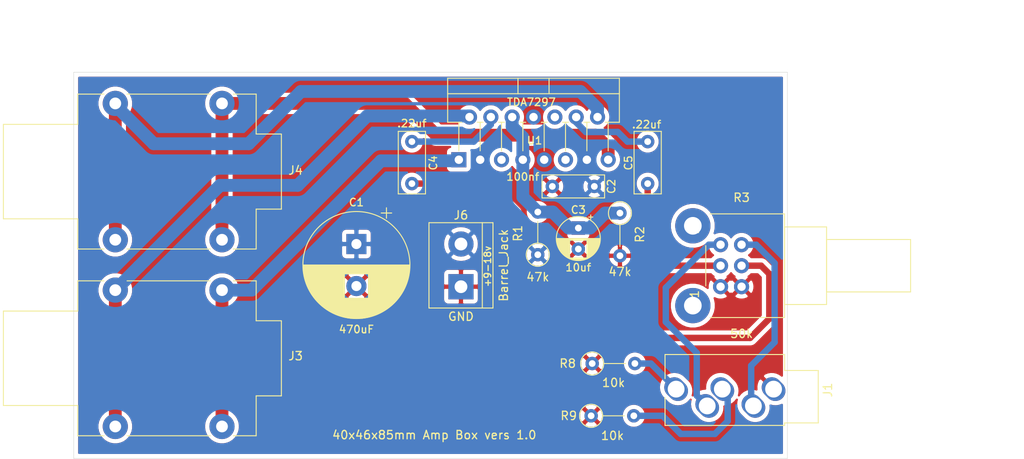
<source format=kicad_pcb>
(kicad_pcb (version 20211014) (generator pcbnew)
  (layers (0 "F.Cu" signal) (31 "B.Cu" signal) (34 "B.Paste" user) (35 "F.Paste" user) (36 "B.SilkS" user "B.Silkscreen") (37 "F.SilkS" user "F.Silkscreen") (38 "B.Mask" user) (39 "F.Mask" user) (44 "Edge.Cuts" user))
  (net 0 "")
  (net 1 "GND")
  (net 2 "VCC")
  (net 3 "Net-(C3-Pad1)")
  (net 4 "Net-(C4-Pad2)")
  (net 5 "Net-(C4-Pad1)")
  (net 6 "Net-(C5-Pad2)")
  (net 7 "Net-(C5-Pad1)")
  (net 8 "RIGHT")
  (net 9 "LEFT")
  (net 10 "Net-(J1-PadRN)")
  (net 11 "Net-(J1-PadTN)")
  (net 12 "Net-(J3-PadT)")
  (net 13 "Net-(J3-PadS)")
  (net 14 "Net-(J4-PadT)")
  (net 15 "Net-(J4-PadS)")
  (footprint "Capacitor_THT:CP_Radial_D5.0mm_P2.50mm" (layer "F.Cu") (at 134.62 64.008 -90)
    (fp_text reference "C3" (at -2.159 0 180) (layer "F.SilkS") (effects (font (size 0.9 0.9))))
    (fp_text value "10uf" (at 4.699 0 180) (layer "F.SilkS") (effects (font (size 0.9 0.9))))
    (pad "1" thru_hole rect locked (at 0 0 270) (size 1.6 1.6) (drill 0.8) (layers *.Cu *.Mask) (net 3 "Net-(C3-Pad1)"))
    (pad "2" thru_hole circle locked (at 2.5 0 270) (size 1.6 1.6) (drill 0.8) (layers *.Cu *.Mask) (net 1 "GND"))
  )
  (footprint "Package_TO_SOT_THT:TO-220-15_P2.54x2.54mm_StaggerOdd_Lead4.58mm_Vertical" (layer "F.Cu") (at 120.396 55.88)
    (fp_text reference "U1" (at 9.017 -2.286) (layer "F.SilkS") (effects (font (size 0.9 0.9))))
    (fp_text value "TDA7297" (at 8.636 -6.858) (layer "F.SilkS") (effects (font (size 0.9 0.9))))
    (pad "1" thru_hole rect locked (at 0 0) (size 1.8 1.8) (drill 1) (layers *.Cu *.Mask) (net 12 "Net-(J3-PadT)"))
    (pad "2" thru_hole oval locked (at 1.27 -5.08) (size 1.8 1.8) (drill 1) (layers *.Cu *.Mask) (net 13 "Net-(J3-PadS)"))
    (pad "3" thru_hole oval locked (at 2.54 0) (size 1.8 1.8) (drill 1) (layers *.Cu *.Mask) (net 2 "VCC"))
    (pad "4" thru_hole oval locked (at 3.81 -5.08) (size 1.8 1.8) (drill 1) (layers *.Cu *.Mask) (net 5 "Net-(C4-Pad1)"))
    (pad "5" thru_hole oval locked (at 5.08 0) (size 1.8 1.8) (drill 1) (layers *.Cu *.Mask))
    (pad "6" thru_hole oval locked (at 6.35 -5.08) (size 1.8 1.8) (drill 1) (layers *.Cu *.Mask) (net 3 "Net-(C3-Pad1)"))
    (pad "7" thru_hole oval locked (at 7.62 0) (size 1.8 1.8) (drill 1) (layers *.Cu *.Mask) (net 3 "Net-(C3-Pad1)"))
    (pad "8" thru_hole oval locked (at 8.89 -5.08) (size 1.8 1.8) (drill 1) (layers *.Cu *.Mask) (net 1 "GND"))
    (pad "9" thru_hole oval locked (at 10.16 0) (size 1.8 1.8) (drill 1) (layers *.Cu *.Mask) (net 1 "GND"))
    (pad "10" thru_hole oval locked (at 11.43 -5.08) (size 1.8 1.8) (drill 1) (layers *.Cu *.Mask))
    (pad "11" thru_hole oval locked (at 12.7 0) (size 1.8 1.8) (drill 1) (layers *.Cu *.Mask))
    (pad "12" thru_hole oval locked (at 13.97 -5.08) (size 1.8 1.8) (drill 1) (layers *.Cu *.Mask) (net 7 "Net-(C5-Pad1)"))
    (pad "13" thru_hole oval locked (at 15.24 0) (size 1.8 1.8) (drill 1) (layers *.Cu *.Mask) (net 2 "VCC"))
    (pad "14" thru_hole oval locked (at 16.51 -5.08) (size 1.8 1.8) (drill 1) (layers *.Cu *.Mask) (net 15 "Net-(J4-PadS)"))
    (pad "15" thru_hole oval locked (at 17.78 0) (size 1.8 1.8) (drill 1) (layers *.Cu *.Mask) (net 14 "Net-(J4-PadT)"))
  )
  (footprint "Capacitor_THT:CP_Radial_D12.5mm_P5.00mm" (layer "F.Cu") (at 108.204 65.913 -90)
    (fp_text reference "C1" (at -4.953 0 180) (layer "F.SilkS") (effects (font (size 0.9 0.9))))
    (fp_text value "470uF" (at 10.16 0) (layer "F.SilkS") (effects (font (size 0.9 0.9))))
    (pad "1" thru_hole rect locked (at 0 0 270) (size 2.4 2.4) (drill 1.2) (layers *.Cu *.Mask) (net 2 "VCC"))
    (pad "2" thru_hole circle locked (at 5 0 270) (size 2.4 2.4) (drill 1.2) (layers *.Cu *.Mask) (net 1 "GND"))
  )
  (footprint "Capacitor_THT:C_Rect_L7.2mm_W2.5mm_P5.00mm_FKS2_FKP2_MKS2_MKP2" (layer "F.Cu") (at 136.525 59.055 180)
    (fp_text reference "C2" (at -2.032 0 90) (layer "F.SilkS") (effects (font (size 0.9 0.9))))
    (fp_text value "100nf" (at 8.509 1.143 180) (layer "F.SilkS") (effects (font (size 0.9 0.9))))
    (pad "1" thru_hole circle locked (at 0 0 180) (size 1.6 1.6) (drill 0.8) (layers *.Cu *.Mask) (net 2 "VCC"))
    (pad "2" thru_hole circle locked (at 5 0 180) (size 1.6 1.6) (drill 0.8) (layers *.Cu *.Mask) (net 1 "GND"))
  )
  (footprint "Capacitor_THT:C_Rect_L7.2mm_W3.0mm_P5.00mm_FKS2_FKP2_MKS2_MKP2" (layer "F.Cu") (at 114.808 53.721 -90)
    (fp_text reference "C4" (at 2.54 -2.54 90) (layer "F.SilkS") (effects (font (size 0.9 0.9))))
    (fp_text value ".22uf" (at -2.159 0 180) (layer "F.SilkS") (effects (font (size 0.9 0.9))))
    (pad "1" thru_hole circle locked (at 0 0 270) (size 1.6 1.6) (drill 0.8) (layers *.Cu *.Mask) (net 5 "Net-(C4-Pad1)"))
    (pad "2" thru_hole circle locked (at 5 0 270) (size 1.6 1.6) (drill 0.8) (layers *.Cu *.Mask) (net 4 "Net-(C4-Pad2)"))
  )
  (footprint "Capacitor_THT:C_Rect_L7.2mm_W3.0mm_P5.00mm_FKS2_FKP2_MKS2_MKP2" (layer "F.Cu") (at 142.875 53.721 -90)
    (fp_text reference "C5" (at 2.54 2.286 90) (layer "F.SilkS") (effects (font (size 0.9 0.9))))
    (fp_text value ".22uf" (at -2.032 0.127 180) (layer "F.SilkS") (effects (font (size 0.9 0.9))))
    (pad "1" thru_hole circle locked (at 0 0 270) (size 1.6 1.6) (drill 0.8) (layers *.Cu *.Mask) (net 7 "Net-(C5-Pad1)"))
    (pad "2" thru_hole circle locked (at 5 0 270) (size 1.6 1.6) (drill 0.8) (layers *.Cu *.Mask) (net 6 "Net-(C5-Pad2)"))
  )
  (footprint "Resistor_THT:R_Axial_DIN0207_L6.3mm_D2.5mm_P5.08mm_Vertical" (layer "F.Cu") (at 129.794 67.183 90)
    (fp_text reference "R1" (at 2.54 -2.37 90) (layer "F.SilkS"))
    (fp_text value "47k" (at -2.667 0 180) (layer "F.SilkS"))
    (pad "1" thru_hole circle locked (at 0 0 90) (size 1.6 1.6) (drill 0.8) (layers *.Cu *.Mask) (net 2 "VCC"))
    (pad "2" thru_hole oval locked (at 5.08 0 90) (size 1.6 1.6) (drill 0.8) (layers *.Cu *.Mask) (net 3 "Net-(C3-Pad1)"))
  )
  (footprint "Resistor_THT:R_Axial_DIN0207_L6.3mm_D2.5mm_P5.08mm_Vertical" (layer "F.Cu") (at 139.573 62.23 -90)
    (fp_text reference "R2" (at 2.54 -2.37 90) (layer "F.SilkS"))
    (fp_text value "47k" (at 6.985 0 180) (layer "F.SilkS"))
    (pad "1" thru_hole circle locked (at 0 0 270) (size 1.6 1.6) (drill 0.8) (layers *.Cu *.Mask) (net 3 "Net-(C3-Pad1)"))
    (pad "2" thru_hole oval locked (at 5.08 0 270) (size 1.6 1.6) (drill 0.8) (layers *.Cu *.Mask) (net 1 "GND"))
  )
  (footprint "Connector_Audio:Jack_3.5mm_CUI_SJ1-3535NG_Horizontal_CircularHoles" (layer "F.Cu") (at 157.861 83.185 -90)
    (fp_text reference "J1" (at 0.1 -6.45 90) (layer "F.SilkS"))
    (fp_text value "AudioJack3")
    (pad "R" thru_hole oval locked (at 2 7.9 315) (size 3 2.4) (drill 2) (layers *.Cu *.Mask) (net 8 "RIGHT"))
    (pad "RN" thru_hole oval locked (at 0 6.1 315) (size 3 2.4) (drill 2) (layers *.Cu *.Mask) (net 10 "Net-(J1-PadRN)"))
    (pad "S" thru_hole oval locked (at 0 0 315) (size 3 2.4) (drill 2) (layers *.Cu *.Mask) (net 1 "GND"))
    (pad "T" thru_hole oval locked (at 2 2.4 315) (size 3 2.4) (drill 2) (layers *.Cu *.Mask) (net 9 "LEFT"))
    (pad "TN" thru_hole oval locked (at 0 11.6 315) (size 3 2.4) (drill 2) (layers *.Cu *.Mask) (net 11 "Net-(J1-PadTN)"))
  )
  (footprint "Connector_Audio:Jack_6.35mm_Neutrik_NMJ4HFD2_Horizontal" (layer "F.Cu") (at 92.202 87.63 180)
    (fp_text reference "J3" (at -8.763 8.382) (layer "F.SilkS"))
    (fp_text value "L-AudioJack2")
    (pad "S" thru_hole circle locked (at 12.7 0 180) (size 3 3) (drill 1.4) (layers *.Cu *.Mask) (net 13 "Net-(J3-PadS)"))
    (pad "SN" thru_hole circle locked (at 12.7 16.23 180) (size 3 3) (drill 1.4) (layers *.Cu *.Mask) (net 13 "Net-(J3-PadS)"))
    (pad "T" thru_hole circle locked (at 0 0 180) (size 3 3) (drill 1.4) (layers *.Cu *.Mask) (net 12 "Net-(J3-PadT)"))
    (pad "TN" thru_hole circle locked (at 0 16.23 180) (size 3 3) (drill 1.4) (layers *.Cu *.Mask) (net 12 "Net-(J3-PadT)"))
  )
  (footprint "Connector_Audio:Jack_6.35mm_Neutrik_NMJ4HFD2_Horizontal" (layer "F.Cu") (at 92.202 65.405 180)
    (fp_text reference "J4" (at -8.763 8.255) (layer "F.SilkS"))
    (fp_text value "R-AudioJack2")
    (pad "S" thru_hole circle locked (at 12.7 0 180) (size 3 3) (drill 1.4) (layers *.Cu *.Mask) (net 15 "Net-(J4-PadS)"))
    (pad "SN" thru_hole circle locked (at 12.7 16.23 180) (size 3 3) (drill 1.4) (layers *.Cu *.Mask) (net 15 "Net-(J4-PadS)"))
    (pad "T" thru_hole circle locked (at 0 0 180) (size 3 3) (drill 1.4) (layers *.Cu *.Mask) (net 14 "Net-(J4-PadT)"))
    (pad "TN" thru_hole circle locked (at 0 16.23 180) (size 3 3) (drill 1.4) (layers *.Cu *.Mask) (net 14 "Net-(J4-PadT)"))
  )
  (footprint "TerminalBlock:TerminalBlock_bornier-2_P5.08mm" (layer "F.Cu") (at 120.65 70.993 90)
    (fp_text reference "J6" (at 8.509 0 180) (layer "F.SilkS"))
    (fp_text value "Barrel_Jack" (at 2.54 5.08 90) (layer "F.SilkS"))
    (pad "1" thru_hole rect locked (at 0 0 90) (size 3 3) (drill 1.52) (layers *.Cu *.Mask) (net 1 "GND"))
    (pad "2" thru_hole circle locked (at 5.08 0 90) (size 3 3) (drill 1.52) (layers *.Cu *.Mask) (net 2 "VCC"))
  )
  (footprint "Resistor_THT:R_Axial_DIN0207_L6.3mm_D2.5mm_P5.08mm_Vertical" (layer "F.Cu") (at 136.271 80.137)
    (fp_text reference "R8" (at -2.921 0) (layer "F.SilkS"))
    (fp_text value "10k" (at 2.54 2.286) (layer "F.SilkS"))
    (pad "1" thru_hole circle locked (at 0 0) (size 1.6 1.6) (drill 0.8) (layers *.Cu *.Mask) (net 1 "GND"))
    (pad "2" thru_hole oval locked (at 5.08 0) (size 1.6 1.6) (drill 0.8) (layers *.Cu *.Mask) (net 11 "Net-(J1-PadTN)"))
  )
  (footprint "Resistor_THT:R_Axial_DIN0207_L6.3mm_D2.5mm_P5.08mm_Vertical" (layer "F.Cu") (at 136.144 86.36)
    (fp_text reference "R9" (at -2.667 0) (layer "F.SilkS"))
    (fp_text value "10k" (at 2.54 2.37) (layer "F.SilkS"))
    (pad "1" thru_hole circle locked (at 0 0) (size 1.6 1.6) (drill 0.8) (layers *.Cu *.Mask) (net 1 "GND"))
    (pad "2" thru_hole oval locked (at 5.08 0) (size 1.6 1.6) (drill 0.8) (layers *.Cu *.Mask) (net 10 "Net-(J1-PadRN)"))
  )
  (footprint "Potentiometer_THT:Potentiometer_Alps_RK09L_Double_Horizontal" (layer "F.Cu") (at 154.051 70.993)
    (fp_text reference "R3" (at 0 -10.6) (layer "F.SilkS"))
    (fp_text value "50k" (at 0 5.6) (layer "F.SilkS"))
    (pad "" thru_hole circle locked (at -5.8 -7.25) (size 4.2 4.2) (drill 2.1) (layers *.Cu *.Mask))
    (pad "" thru_hole circle locked (at -5.8 2.25) (size 4.2 4.2) (drill 2.1) (layers *.Cu *.Mask))
    (pad "1" thru_hole circle locked (at 0 0) (size 1.8 1.8) (drill 1) (layers *.Cu *.Mask) (net 1 "GND"))
    (pad "2" thru_hole circle locked (at 0 -2.5) (size 1.8 1.8) (drill 1) (layers *.Cu *.Mask) (net 4 "Net-(C4-Pad2)"))
    (pad "3" thru_hole circle locked (at 0 -5) (size 1.8 1.8) (drill 1) (layers *.Cu *.Mask) (net 9 "LEFT"))
    (pad "4" thru_hole circle locked (at -2.5 0) (size 1.8 1.8) (drill 1) (layers *.Cu *.Mask) (net 1 "GND"))
    (pad "5" thru_hole circle locked (at -2.5 -2.5) (size 1.8 1.8) (drill 1) (layers *.Cu *.Mask) (net 6 "Net-(C5-Pad2)"))
    (pad "6" thru_hole circle locked (at -2.5 -5) (size 1.8 1.8) (drill 1) (layers *.Cu *.Mask) (net 8 "RIGHT"))
  )
  (gr_line (start 74.549 91.44) (end 74.549 45.466) (layer "Edge.Cuts") (width 0.05))
  (gr_line (start 74.549 45.466) (end 159.512 45.466) (layer "Edge.Cuts") (width 0.05))
  (gr_line (start 159.512 45.466) (end 159.512 91.44) (layer "Edge.Cuts") (width 0.05))
  (gr_line (start 159.512 91.44) (end 74.549 91.44) (layer "Edge.Cuts") (width 0.05))
  (gr_text "1" (at 148.463 71.882 90) (layer "F.SilkS") (effects (font (size 1 1))))
  (gr_text "1" (at 148.463 64.262 90) (layer "F.SilkS") (effects (font (size 1 1))))
  (gr_text "+9-18v" (at 123.825 68.58 90) (layer "F.SilkS") (effects (font (size 0.8 0.8))))
  (gr_text "40x46x85mm Amp Box vers 1.0" (at 117.475 88.646) (layer "F.SilkS") (effects (font (size 1 1))))
  (gr_text "GND\n" (at 120.65 74.549) (layer "F.SilkS") (effects (font (size 1 1))))
  (segment (start 133.477 64.008) (end 136.017 64.008) (width 1.524) (layer "B.Cu") (net 3))
  (segment (start 131.572 62.103) (end 133.477 64.008) (width 1.524) (layer "B.Cu") (net 3))
  (segment (start 128.016 53.215792) (end 128.016 60.325) (width 1.524) (layer "B.Cu") (net 3))
  (segment (start 126.746 50.8) (end 126.746 51.945792) (width 1.524) (layer "B.Cu") (net 3))
  (segment (start 128.016 60.325) (end 129.794 62.103) (width 1.524) (layer "B.Cu") (net 3))
  (segment (start 129.794 62.103) (end 131.572 62.103) (width 1.524) (layer "B.Cu") (net 3))
  (segment (start 136.017 64.008) (end 137.795 62.23) (width 1.524) (layer "B.Cu") (net 3))
  (segment (start 137.795 62.23) (end 139.573 62.23) (width 1.524) (layer "B.Cu") (net 3))
  (segment (start 126.746 51.945792) (end 128.016 53.215792) (width 1.524) (layer "B.Cu") (net 3))
  (segment (start 127 70.104) (end 133.985 77.089) (width 0.762) (layer "F.Cu") (net 4))
  (segment (start 156.377 68.493) (end 154.051 68.493) (width 0.762) (layer "F.Cu") (net 4))
  (segment (start 155.067 77.089) (end 157.353 74.803) (width 0.762) (layer "F.Cu") (net 4))
  (segment (start 133.985 77.089) (end 155.067 77.089) (width 0.762) (layer "F.Cu") (net 4))
  (segment (start 114.808 58.721) (end 123.491 58.721) (width 0.762) (layer "F.Cu") (net 4))
  (segment (start 157.353 69.469) (end 156.377 68.493) (width 0.762) (layer "F.Cu") (net 4))
  (segment (start 157.353 74.803) (end 157.353 69.469) (width 0.762) (layer "F.Cu") (net 4))
  (segment (start 123.491 58.721) (end 127 62.23) (width 0.762) (layer "F.Cu") (net 4))
  (segment (start 127 62.23) (end 127 70.104) (width 0.762) (layer "F.Cu") (net 4))
  (segment (start 114.808 53.721) (end 122.174 53.721) (width 0.762) (layer "B.Cu") (net 5))
  (segment (start 124.206 51.689) (end 124.206 50.8) (width 0.762) (layer "B.Cu") (net 5))
  (segment (start 122.174 53.721) (end 124.206 51.689) (width 0.762) (layer "B.Cu") (net 5))
  (segment (start 114.808 53.467) (end 114.808 53.721) (width 0.762) (layer "B.Cu") (net 5))
  (segment (start 151.551 68.493) (end 145.201 68.493) (width 0.762) (layer "F.Cu") (net 6))
  (segment (start 142.875 66.167) (end 142.875 58.721) (width 0.762) (layer "F.Cu") (net 6))
  (segment (start 145.201 68.493) (end 142.875 66.167) (width 0.762) (layer "F.Cu") (net 6))
  (segment (start 135.509 52.578) (end 139.319 52.578) (width 0.762) (layer "B.Cu") (net 7))
  (segment (start 140.462 53.721) (end 142.875 53.721) (width 0.762) (layer "B.Cu") (net 7))
  (segment (start 134.366 50.8) (end 134.366 51.435) (width 0.762) (layer "B.Cu") (net 7))
  (segment (start 134.366 50.673) (end 134.366 50.8) (width 0.762) (layer "B.Cu") (net 7))
  (segment (start 139.319 52.578) (end 140.462 53.721) (width 0.762) (layer "B.Cu") (net 7))
  (segment (start 134.366 51.435) (end 135.509 52.578) (width 0.762) (layer "B.Cu") (net 7))
  (segment (start 148.717 83.947) (end 149.955 85.185) (width 0.762) (layer "B.Cu") (net 8))
  (segment (start 149.955 85.185) (end 149.961 85.185) (width 0.762) (layer "B.Cu") (net 8))
  (segment (start 150.161 65.993) (end 145.034 71.12) (width 0.762) (layer "B.Cu") (net 8))
  (segment (start 145.034 75.184) (end 148.717 78.867) (width 0.762) (layer "B.Cu") (net 8))
  (segment (start 151.551 65.993) (end 150.161 65.993) (width 0.762) (layer "B.Cu") (net 8))
  (segment (start 145.034 71.12) (end 145.034 75.184) (width 0.762) (layer "B.Cu") (net 8))
  (segment (start 148.717 78.867) (end 148.717 83.947) (width 0.762) (layer "B.Cu") (net 8))
  (segment (start 155.461 85.185) (end 155.194 84.918) (width 0.762) (layer "B.Cu") (net 9))
  (segment (start 157.988 77.597) (end 157.988 68.199) (width 0.762) (layer "B.Cu") (net 9))
  (segment (start 155.194 80.391) (end 157.988 77.597) (width 0.762) (layer "B.Cu") (net 9))
  (segment (start 155.782 65.993) (end 154.051 65.993) (width 0.762) (layer "B.Cu") (net 9))
  (segment (start 157.988 68.199) (end 155.782 65.993) (width 0.762) (layer "B.Cu") (net 9))
  (segment (start 155.194 84.918) (end 155.194 80.391) (width 0.762) (layer "B.Cu") (net 9))
  (segment (start 152.4 83.824) (end 152.4 86.995) (width 0.762) (layer "B.Cu") (net 10))
  (segment (start 150.876 88.519) (end 146.812 88.519) (width 0.762) (layer "B.Cu") (net 10))
  (segment (start 152.4 86.995) (end 150.876 88.519) (width 0.762) (layer "B.Cu") (net 10))
  (segment (start 144.653 86.36) (end 141.224 86.36) (width 0.762) (layer "B.Cu") (net 10))
  (segment (start 146.812 88.519) (end 144.653 86.36) (width 0.762) (layer "B.Cu") (net 10))
  (segment (start 151.761 83.185) (end 152.4 83.824) (width 0.762) (layer "B.Cu") (net 10))
  (segment (start 146.261 83.142) (end 143.256 80.137) (width 0.762) (layer "B.Cu") (net 11))
  (segment (start 143.256 80.137) (end 141.351 80.137) (width 0.762) (layer "B.Cu") (net 11))
  (segment (start 146.261 83.185) (end 146.261 83.142) (width 0.762) (layer "B.Cu") (net 11))
  (segment (start 92.202 71.527) (end 92.329 71.4) (width 1.524) (layer "F.Cu") (net 12))
  (segment (start 92.202 87.63) (end 92.202 71.527) (width 1.524) (layer "F.Cu") (net 12))
  (segment (start 120.142 56.007) (end 111.125 56.007) (width 1.524) (layer "B.Cu") (net 12))
  (segment (start 95.732 71.4) (end 92.202 71.4) (width 1.524) (layer "B.Cu") (net 12))
  (segment (start 120.396 55.753) (end 120.142 56.007) (width 1.524) (layer "B.Cu") (net 12))
  (segment (start 111.125 56.007) (end 95.732 71.4) (width 1.524) (layer "B.Cu") (net 12))
  (segment (start 79.502 87.731) (end 79.502 71.4) (width 1.524) (layer "F.Cu") (net 13))
  (segment (start 79.629 87.858) (end 79.502 87.731) (width 1.524) (layer "F.Cu") (net 13))
  (segment (start 109.474 50.673) (end 101.219 58.928) (width 1.524) (layer "B.Cu") (net 13))
  (segment (start 121.539 50.673) (end 109.474 50.673) (width 1.524) (layer "B.Cu") (net 13))
  (segment (start 101.219 58.928) (end 91.974 58.928) (width 1.524) (layer "B.Cu") (net 13))
  (segment (start 121.666 50.8) (end 121.539 50.673) (width 1.524) (layer "B.Cu") (net 13))
  (segment (start 91.974 58.928) (end 82.322 68.58) (width 1.524) (layer "B.Cu") (net 13))
  (segment (start 82.322 68.58) (end 79.502 71.4) (width 1.524) (layer "B.Cu") (net 13))
  (segment (start 117.729 52.959) (end 113.945 49.175) (width 1.524) (layer "F.Cu") (net 14))
  (segment (start 138.176 54.480208) (end 136.654792 52.959) (width 1.524) (layer "F.Cu") (net 14))
  (segment (start 138.176 55.753) (end 138.176 54.480208) (width 1.524) (layer "F.Cu") (net 14))
  (segment (start 113.945 49.175) (end 92.202 49.175) (width 1.524) (layer "F.Cu") (net 14))
  (segment (start 136.654792 52.959) (end 117.729 52.959) (width 1.524) (layer "F.Cu") (net 14))
  (segment (start 92.202 65.405) (end 92.202 49.175) (width 1.524) (layer "F.Cu") (net 14))
  (segment (start 79.502 65.405) (end 79.502 49.429) (width 1.524) (layer "F.Cu") (net 15))
  (segment (start 79.502 49.429) (end 79.375 49.302) (width 1.524) (layer "F.Cu") (net 15))
  (segment (start 101.6 47.752) (end 95.377 53.975) (width 1.524) (layer "B.Cu") (net 15))
  (segment (start 79.502 49.403) (end 79.502 49.175) (width 1.524) (layer "B.Cu") (net 15))
  (segment (start 136.906 49.784) (end 134.874 47.752) (width 1.524) (layer "B.Cu") (net 15))
  (segment (start 84.074 53.975) (end 79.502 49.403) (width 1.524) (layer "B.Cu") (net 15))
  (segment (start 136.906 50.673) (end 136.906 49.784) (width 1.524) (layer "B.Cu") (net 15))
  (segment (start 134.874 47.752) (end 101.6 47.752) (width 1.524) (layer "B.Cu") (net 15))
  (segment (start 95.377 53.975) (end 84.074 53.975) (width 1.524) (layer "B.Cu") (net 15))
  (zone (net 1) (net_name "GND") (layer "F.Cu") (connect_pads (clearance 0.508)) (min_thickness 0.254) (fill yes (thermal_gap 0.508) (thermal_bridge_width 0.508))
    (polygon (pts (xy 159.512 91.44) (xy 74.549 91.44) (xy 74.549 45.466) (xy 159.512 45.466)))
  )
  (zone (net 2) (net_name "VCC") (layer "B.Cu") (connect_pads (clearance 0.508)) (min_thickness 0.254) (fill yes (thermal_gap 0.508) (thermal_bridge_width 0.508))
    (polygon (pts (xy 159.512 91.44) (xy 74.549 91.44) (xy 74.549 45.466) (xy 159.512 45.466)))
  )
)
</source>
